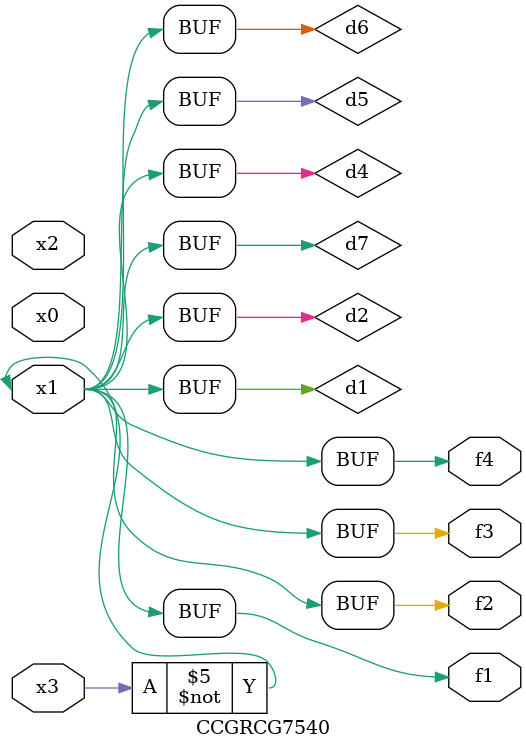
<source format=v>
module CCGRCG7540(
	input x0, x1, x2, x3,
	output f1, f2, f3, f4
);

	wire d1, d2, d3, d4, d5, d6, d7;

	not (d1, x3);
	buf (d2, x1);
	xnor (d3, d1, d2);
	nor (d4, d1);
	buf (d5, d1, d2);
	buf (d6, d4, d5);
	nand (d7, d4);
	assign f1 = d6;
	assign f2 = d7;
	assign f3 = d6;
	assign f4 = d6;
endmodule

</source>
